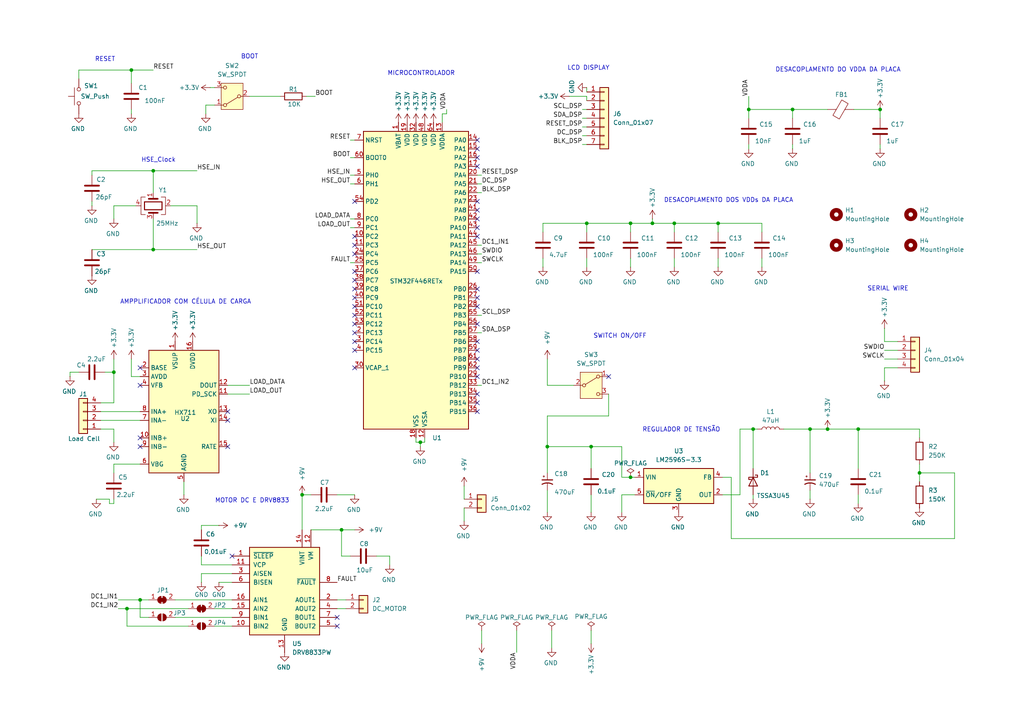
<source format=kicad_sch>
(kicad_sch (version 20250114) (generator "eeschema") (generator_version "9.0")
  (paper "A4")
  (title_block (title "Alimentador Digital Automatizado") (date "13/03/2025") (rev "V1.0") (comment 2 "Guilherme de Paula Figueiredo - 12211EAU013   ") (comment 3 "Ian Santos Rodrigues - 12211EAU018") (comment 4 "João Alexandre Albuquerque De Sá - 12411ECP020 "))
  (text "DESACOPLAMENTO DOS VDDs DA PLACA" (at 211.328 58.166 0) (effects (font (size 1.27 1.27))))
  (text "MOTOR DC E DRV8833" (at 73.152 145.288 0) (effects (font (size 1.27 1.27))))
  (text "RESET\n" (at 30.48 17.272 0) (effects (font (size 1.27 1.27))))
  (text "DESACOPLAMENTO DO VDDA DA PLACA" (at 243.078 20.32 0) (effects (font (size 1.27 1.27))))
  (text "REGULADOR DE TENSÃO" (at 197.612 124.714 0) (effects (font (size 1.27 1.27))))
  (text "BOOT\n" (at 72.39 16.51 0) (effects (font (size 1.27 1.27))))
  (text "HSE_Clock" (at 45.974 46.482 0) (effects (font (size 1.27 1.27))))
  (text "LCD DISPLAY" (at 170.688 19.812 0) (effects (font (size 1.27 1.27))))
  (text "MICROCONTROLADOR" (at 122.174 21.336 0) (effects (font (size 1.27 1.27))))
  (text "SWITCH ON/OFF" (at 179.832 97.536 0) (effects (font (size 1.27 1.27))))
  (text "SERIAL WIRE" (at 257.556 83.82 0) (effects (font (size 1.27 1.27))))
  (text "AMPPLIFICADOR COM CÉLULA DE CARGA" (at 53.848 87.63 0) (effects (font (size 1.27 1.27))))
  (junction (at 195.58 64.77))
  (junction (at 99.06 153.67))
  (junction (at 170.18 64.77))
  (junction (at 87.63 143.51))
  (junction (at 182.88 138.43))
  (junction (at 208.28 64.77))
  (junction (at 40.64 173.99))
  (junction (at 36.83 176.53))
  (junction (at 158.75 129.54))
  (junction (at 218.44 124.46))
  (junction (at 234.95 124.46))
  (junction (at 44.45 72.39))
  (junction (at 240.03 124.46))
  (junction (at 189.23 64.77))
  (junction (at 44.45 49.53))
  (junction (at 266.7 137.16))
  (junction (at 182.88 64.77))
  (junction (at 38.1 20.32))
  (junction (at 255.27 31.75))
  (junction (at 121.92 128.27))
  (junction (at 171.45 129.54))
  (junction (at 229.87 31.75))
  (junction (at 217.17 31.75))
  (junction (at 33.02 107.95))
  (junction (at 248.92 124.46))
  (no_connect (at 138.43 66.04))
  (no_connect (at 138.43 45.72))
  (no_connect (at 138.43 93.98))
  (no_connect (at 138.43 101.6))
  (no_connect (at 138.43 68.58))
  (no_connect (at 138.43 78.74))
  (no_connect (at 102.87 99.06))
  (no_connect (at 102.87 96.52))
  (no_connect (at 138.43 60.96))
  (no_connect (at 66.04 119.38))
  (no_connect (at 66.04 129.54))
  (no_connect (at 138.43 104.14))
  (no_connect (at 102.87 71.12))
  (no_connect (at 66.04 121.92))
  (no_connect (at 138.43 83.82))
  (no_connect (at 40.64 111.76))
  (no_connect (at 138.43 88.9))
  (no_connect (at 138.43 109.22))
  (no_connect (at 97.79 179.07))
  (no_connect (at 97.79 181.61))
  (no_connect (at 138.43 40.64))
  (no_connect (at 102.87 78.74))
  (no_connect (at 102.87 58.42))
  (no_connect (at 40.64 129.54))
  (no_connect (at 102.87 73.66))
  (no_connect (at 138.43 99.06))
  (no_connect (at 102.87 83.82))
  (no_connect (at 138.43 86.36))
  (no_connect (at 138.43 119.38))
  (no_connect (at 40.64 106.68))
  (no_connect (at 176.53 109.22))
  (no_connect (at 138.43 116.84))
  (no_connect (at 138.43 58.42))
  (no_connect (at 67.31 161.29))
  (no_connect (at 138.43 43.18))
  (no_connect (at 102.87 68.58))
  (no_connect (at 138.43 48.26))
  (no_connect (at 138.43 106.68))
  (no_connect (at 102.87 101.6))
  (no_connect (at 102.87 93.98))
  (no_connect (at 138.43 114.3))
  (no_connect (at 40.64 127))
  (no_connect (at 102.87 86.36))
  (no_connect (at 102.87 91.44))
  (no_connect (at 102.87 81.28))
  (no_connect (at 102.87 106.68))
  (no_connect (at 138.43 63.5))
  (no_connect (at 102.87 88.9))
  (wire (pts (xy 195.58 64.77) (xy 208.28 64.77)))
  (wire (pts (xy 129.54 33.02) (xy 128.27 33.02)))
  (wire (pts (xy 33.02 134.62) (xy 40.64 134.62)))
  (wire (pts (xy 160.02 182.88) (xy 160.02 187.96)))
  (wire (pts (xy 34.29 173.99) (xy 40.64 173.99)))
  (wire (pts (xy 40.64 173.99) (xy 43.18 173.99)))
  (wire (pts (xy 218.44 124.46) (xy 219.71 124.46)))
  (wire (pts (xy 168.91 31.75) (xy 170.18 31.75)))
  (wire (pts (xy 66.04 114.3) (xy 72.39 114.3)))
  (wire (pts (xy 217.17 31.75) (xy 217.17 34.29)))
  (wire (pts (xy 171.45 143.51) (xy 171.45 148.59)))
  (wire (pts (xy 31.75 144.78) (xy 27.94 144.78)))
  (wire (pts (xy 158.75 129.54) (xy 158.75 137.16)))
  (wire (pts (xy 33.02 59.69) (xy 39.37 59.69)))
  (wire (pts (xy 149.86 182.88) (xy 149.86 189.23)))
  (wire (pts (xy 170.18 64.77) (xy 170.18 67.31)))
  (wire (pts (xy 256.54 106.68) (xy 256.54 110.49)))
  (wire (pts (xy 26.67 58.42) (xy 26.67 59.69)))
  (wire (pts (xy 26.67 72.39) (xy 44.45 72.39)))
  (wire (pts (xy 58.42 163.83) (xy 67.31 163.83)))
  (wire (pts (xy 168.91 36.83) (xy 170.18 36.83)))
  (wire (pts (xy 176.53 114.3) (xy 176.53 120.65)))
  (wire (pts (xy 214.63 143.51) (xy 214.63 124.46)))
  (wire (pts (xy 139.7 50.8) (xy 138.43 50.8)))
  (wire (pts (xy 255.27 43.18) (xy 255.27 41.91)))
  (wire (pts (xy 87.63 143.51) (xy 90.17 143.51)))
  (wire (pts (xy 62.23 176.53) (xy 67.31 176.53)))
  (wire (pts (xy 189.23 64.77) (xy 195.58 64.77)))
  (wire (pts (xy 134.62 147.32) (xy 134.62 151.13)))
  (wire (pts (xy 44.45 49.53) (xy 57.15 49.53)))
  (wire (pts (xy 29.21 121.92) (xy 40.64 121.92)))
  (wire (pts (xy 138.43 76.2) (xy 139.7 76.2)))
  (wire (pts (xy 99.06 153.67) (xy 102.87 153.67)))
  (wire (pts (xy 158.75 142.24) (xy 158.75 148.59)))
  (wire (pts (xy 99.06 161.29) (xy 101.6 161.29)))
  (wire (pts (xy 139.7 55.88) (xy 138.43 55.88)))
  (wire (pts (xy 58.42 166.37) (xy 67.31 166.37)))
  (wire (pts (xy 62.23 181.61) (xy 67.31 181.61)))
  (wire (pts (xy 227.33 124.46) (xy 234.95 124.46)))
  (wire (pts (xy 165.1 27.94) (xy 170.18 27.94)))
  (wire (pts (xy 266.7 134.62) (xy 266.7 137.16)))
  (wire (pts (xy 209.55 143.51) (xy 214.63 143.51)))
  (wire (pts (xy 123.19 128.27) (xy 121.92 128.27)))
  (wire (pts (xy 30.48 107.95) (xy 33.02 107.95)))
  (wire (pts (xy 134.62 140.97) (xy 134.62 144.78)))
  (wire (pts (xy 171.45 129.54) (xy 171.45 135.89)))
  (wire (pts (xy 101.6 45.72) (xy 102.87 45.72)))
  (wire (pts (xy 44.45 20.32) (xy 38.1 20.32)))
  (wire (pts (xy 208.28 64.77) (xy 220.98 64.77)))
  (wire (pts (xy 139.7 182.88) (xy 139.7 186.69)))
  (wire (pts (xy 138.43 73.66) (xy 139.7 73.66)))
  (wire (pts (xy 63.5 168.91) (xy 67.31 168.91)))
  (wire (pts (xy 212.09 156.21) (xy 276.86 156.21)))
  (wire (pts (xy 266.7 124.46) (xy 266.7 127)))
  (wire (pts (xy 208.28 64.77) (xy 208.28 67.31)))
  (wire (pts (xy 90.17 153.67) (xy 99.06 153.67)))
  (wire (pts (xy 260.35 106.68) (xy 256.54 106.68)))
  (wire (pts (xy 247.65 31.75) (xy 255.27 31.75)))
  (wire (pts (xy 53.34 143.51) (xy 53.34 139.7)))
  (wire (pts (xy 50.8 179.07) (xy 67.31 179.07)))
  (wire (pts (xy 101.6 40.64) (xy 102.87 40.64)))
  (wire (pts (xy 208.28 74.93) (xy 208.28 77.47)))
  (wire (pts (xy 214.63 124.46) (xy 218.44 124.46)))
  (wire (pts (xy 60.96 25.4) (xy 62.23 25.4)))
  (wire (pts (xy 220.98 64.77) (xy 220.98 67.31)))
  (wire (pts (xy 49.53 59.69) (xy 57.15 59.69)))
  (wire (pts (xy 57.15 59.69) (xy 57.15 64.77)))
  (wire (pts (xy 102.87 143.51) (xy 97.79 143.51)))
  (wire (pts (xy 54.61 181.61) (xy 36.83 181.61)))
  (wire (pts (xy 99.06 153.67) (xy 99.06 161.29)))
  (wire (pts (xy 20.32 109.22) (xy 20.32 107.95)))
  (wire (pts (xy 158.75 111.76) (xy 166.37 111.76)))
  (wire (pts (xy 97.79 176.53) (xy 100.33 176.53)))
  (wire (pts (xy 168.91 34.29) (xy 170.18 34.29)))
  (wire (pts (xy 44.45 55.88) (xy 44.45 49.53)))
  (wire (pts (xy 44.45 72.39) (xy 57.15 72.39)))
  (wire (pts (xy 36.83 176.53) (xy 36.83 181.61)))
  (wire (pts (xy 176.53 120.65) (xy 158.75 120.65)))
  (wire (pts (xy 256.54 101.6) (xy 260.35 101.6)))
  (wire (pts (xy 217.17 31.75) (xy 229.87 31.75)))
  (wire (pts (xy 58.42 152.4) (xy 63.5 152.4)))
  (wire (pts (xy 120.65 128.27) (xy 121.92 128.27)))
  (wire (pts (xy 22.86 20.32) (xy 22.86 22.86)))
  (wire (pts (xy 29.21 124.46) (xy 33.02 124.46)))
  (wire (pts (xy 101.6 50.8) (xy 102.87 50.8)))
  (wire (pts (xy 38.1 109.22) (xy 40.64 109.22)))
  (wire (pts (xy 33.02 137.16) (xy 33.02 134.62)))
  (wire (pts (xy 87.63 143.51) (xy 87.63 153.67)))
  (wire (pts (xy 212.09 138.43) (xy 212.09 156.21)))
  (wire (pts (xy 170.18 64.77) (xy 182.88 64.77)))
  (wire (pts (xy 43.18 179.07) (xy 40.64 179.07)))
  (wire (pts (xy 171.45 182.88) (xy 171.45 186.69)))
  (wire (pts (xy 38.1 31.75) (xy 38.1 33.02)))
  (wire (pts (xy 36.83 176.53) (xy 54.61 176.53)))
  (wire (pts (xy 33.02 146.05) (xy 31.75 146.05)))
  (wire (pts (xy 22.86 20.32) (xy 38.1 20.32)))
  (wire (pts (xy 33.02 107.95) (xy 33.02 116.84)))
  (wire (pts (xy 29.21 119.38) (xy 40.64 119.38)))
  (wire (pts (xy 180.34 143.51) (xy 180.34 148.59)))
  (wire (pts (xy 260.35 99.06) (xy 256.54 99.06)))
  (wire (pts (xy 248.92 143.51) (xy 248.92 146.05)))
  (wire (pts (xy 113.03 161.29) (xy 113.03 163.83)))
  (wire (pts (xy 26.67 49.53) (xy 44.45 49.53)))
  (wire (pts (xy 229.87 31.75) (xy 240.03 31.75)))
  (wire (pts (xy 240.03 124.46) (xy 248.92 124.46)))
  (wire (pts (xy 139.7 96.52) (xy 138.43 96.52)))
  (wire (pts (xy 26.67 50.8) (xy 26.67 49.53)))
  (wire (pts (xy 266.7 137.16) (xy 266.7 139.7)))
  (wire (pts (xy 234.95 124.46) (xy 240.03 124.46)))
  (wire (pts (xy 182.88 64.77) (xy 189.23 64.77)))
  (wire (pts (xy 59.69 30.48) (xy 59.69 33.02)))
  (wire (pts (xy 29.21 116.84) (xy 33.02 116.84)))
  (wire (pts (xy 101.6 66.04) (xy 102.87 66.04)))
  (wire (pts (xy 158.75 129.54) (xy 171.45 129.54)))
  (wire (pts (xy 34.29 176.53) (xy 36.83 176.53)))
  (wire (pts (xy 189.23 63.5) (xy 189.23 64.77)))
  (wire (pts (xy 184.15 143.51) (xy 180.34 143.51)))
  (wire (pts (xy 170.18 26.67) (xy 170.18 25.4)))
  (wire (pts (xy 217.17 27.94) (xy 217.17 31.75)))
  (wire (pts (xy 157.48 67.31) (xy 157.48 64.77)))
  (wire (pts (xy 195.58 74.93) (xy 195.58 77.47)))
  (wire (pts (xy 220.98 74.93) (xy 220.98 77.47)))
  (wire (pts (xy 248.92 124.46) (xy 266.7 124.46)))
  (wire (pts (xy 58.42 166.37) (xy 58.42 168.91)))
  (wire (pts (xy 234.95 142.24) (xy 234.95 144.78)))
  (wire (pts (xy 168.91 41.91) (xy 170.18 41.91)))
  (wire (pts (xy 195.58 64.77) (xy 195.58 67.31)))
  (wire (pts (xy 33.02 144.78) (xy 33.02 146.05)))
  (wire (pts (xy 209.55 138.43) (xy 212.09 138.43)))
  (wire (pts (xy 170.18 27.94) (xy 170.18 29.21)))
  (wire (pts (xy 31.75 146.05) (xy 31.75 144.78)))
  (wire (pts (xy 182.88 138.43) (xy 184.15 138.43)))
  (wire (pts (xy 109.22 161.29) (xy 113.03 161.29)))
  (wire (pts (xy 218.44 143.51) (xy 218.44 144.78)))
  (wire (pts (xy 229.87 43.18) (xy 229.87 41.91)))
  (wire (pts (xy 139.7 91.44) (xy 138.43 91.44)))
  (wire (pts (xy 171.45 129.54) (xy 180.34 129.54)))
  (wire (pts (xy 168.91 39.37) (xy 170.18 39.37)))
  (wire (pts (xy 180.34 138.43) (xy 182.88 138.43)))
  (wire (pts (xy 157.48 64.77) (xy 170.18 64.77)))
  (wire (pts (xy 38.1 20.32) (xy 38.1 24.13)))
  (wire (pts (xy 139.7 71.12) (xy 138.43 71.12)))
  (wire (pts (xy 157.48 74.93) (xy 157.48 77.47)))
  (wire (pts (xy 38.1 104.14) (xy 38.1 109.22)))
  (wire (pts (xy 123.19 127) (xy 123.19 128.27)))
  (wire (pts (xy 158.75 120.65) (xy 158.75 129.54)))
  (wire (pts (xy 256.54 95.25) (xy 256.54 99.06)))
  (wire (pts (xy 101.6 63.5) (xy 102.87 63.5)))
  (wire (pts (xy 229.87 31.75) (xy 229.87 34.29)))
  (wire (pts (xy 33.02 104.14) (xy 33.02 107.95)))
  (wire (pts (xy 101.6 76.2) (xy 102.87 76.2)))
  (wire (pts (xy 217.17 43.18) (xy 217.17 41.91)))
  (wire (pts (xy 139.7 111.76) (xy 138.43 111.76)))
  (wire (pts (xy 120.65 127) (xy 120.65 128.27)))
  (wire (pts (xy 276.86 156.21) (xy 276.86 137.16)))
  (wire (pts (xy 256.54 104.14) (xy 260.35 104.14)))
  (wire (pts (xy 180.34 129.54) (xy 180.34 138.43)))
  (wire (pts (xy 182.88 64.77) (xy 182.88 67.31)))
  (wire (pts (xy 248.92 124.46) (xy 248.92 135.89)))
  (wire (pts (xy 44.45 63.5) (xy 44.45 72.39)))
  (wire (pts (xy 72.39 27.94) (xy 81.28 27.94)))
  (wire (pts (xy 158.75 104.14) (xy 158.75 111.76)))
  (wire (pts (xy 88.9 27.94) (xy 91.44 27.94)))
  (wire (pts (xy 62.23 30.48) (xy 59.69 30.48)))
  (wire (pts (xy 40.64 179.07) (xy 40.64 173.99)))
  (wire (pts (xy 218.44 124.46) (xy 218.44 135.89)))
  (wire (pts (xy 129.54 31.75) (xy 129.54 33.02)))
  (wire (pts (xy 170.18 74.93) (xy 170.18 77.47)))
  (wire (pts (xy 58.42 153.67) (xy 58.42 152.4)))
  (wire (pts (xy 97.79 173.99) (xy 100.33 173.99)))
  (wire (pts (xy 33.02 63.5) (xy 33.02 59.69)))
  (wire (pts (xy 20.32 107.95) (xy 22.86 107.95)))
  (wire (pts (xy 101.6 53.34) (xy 102.87 53.34)))
  (wire (pts (xy 33.02 124.46) (xy 33.02 128.27)))
  (wire (pts (xy 128.27 33.02) (xy 128.27 35.56)))
  (wire (pts (xy 58.42 161.29) (xy 58.42 163.83)))
  (wire (pts (xy 255.27 31.75) (xy 255.27 34.29)))
  (wire (pts (xy 66.04 111.76) (xy 72.39 111.76)))
  (wire (pts (xy 121.92 128.27) (xy 121.92 129.54)))
  (wire (pts (xy 182.88 74.93) (xy 182.88 77.47)))
  (wire (pts (xy 234.95 124.46) (xy 234.95 137.16)))
  (wire (pts (xy 50.8 173.99) (xy 67.31 173.99)))
  (wire (pts (xy 276.86 137.16) (xy 266.7 137.16)))
  (wire (pts (xy 139.7 53.34) (xy 138.43 53.34)))
  (label "RESET_DSP" (at 139.7 50.8 0))
  (label "VDDA" (at 149.86 189.23 270))
  (label "SWDIO" (at 139.7 73.66 0))
  (label "FAULT" (at 97.79 168.91 0))
  (label "BLK_DSP" (at 168.91 41.91 180))
  (label "LOAD_DATA" (at 101.6 63.5 180))
  (label "LOAD_DATA" (at 72.39 111.76 0))
  (label "SWDIO" (at 256.54 101.6 180))
  (label "SWCLK" (at 139.7 76.2 0))
  (label "LOAD_OUT" (at 101.6 66.04 180))
  (label "BOOT" (at 91.44 27.94 0))
  (label "LOAD_OUT" (at 72.39 114.3 0))
  (label "DC1_IN1" (at 139.7 71.12 0))
  (label "VDDA" (at 129.54 31.75 90))
  (label "BLK_DSP" (at 139.7 55.88 0))
  (label "RESET" (at 44.45 20.32 0))
  (label "HSE_OUT" (at 101.6 53.34 180))
  (label "FAULT" (at 101.6 76.2 180))
  (label "DC1_IN2" (at 34.29 176.53 180))
  (label "DC1_IN2" (at 139.7 111.76 0))
  (label "SDA_DSP" (at 168.91 34.29 180))
  (label "VDDA" (at 217.17 27.94 90))
  (label "SWCLK" (at 256.54 104.14 180))
  (label "HSE_IN" (at 101.6 50.8 180))
  (label "SDA_DSP" (at 139.7 96.52 0))
  (label "DC_DSP" (at 168.91 39.37 180))
  (label "DC1_IN1" (at 34.29 173.99 180))
  (label "RESET" (at 101.6 40.64 180))
  (label "BOOT" (at 101.6 45.72 180))
  (label "DC_DSP" (at 139.7 53.34 0))
  (label "RESET_DSP" (at 168.91 36.83 180))
  (label "SCL_DSP" (at 168.91 31.75 180))
  (label "SCL_DSP" (at 139.7 91.44 0))
  (label "HSE_IN" (at 57.15 49.53 0))
  (label "HSE_OUT" (at 57.15 72.39 0))
  (symbol (lib_id "power:+3.3V") (at 123.19 35.56 0) (unit 1)
    (property "Reference" "#PWR05" (effects (hide yes)))
    (property "Value" "+3.3V" (at 123.19 29.464 90))
    (property "Description" "Power symbol creates a global label with name \"+3.3V\"" (effects (hide yes)))
  )
  (symbol (lib_id "power:GND") (at 217.17 43.18 0) (unit 1)
    (property "Reference" "#PWR035" (effects (hide yes)))
    (property "Value" "GND" (at 216.916 47.498 0))
    (property "Description" "Power symbol creates a global label with name \"GND\" , ground" (effects (hide yes)))
  )
  (symbol (lib_id "power:GND") (at 20.32 109.22 0) (unit 1)
    (property "Reference" "#PWR058" (effects (hide yes)))
    (property "Value" "GND" (at 20.066 113.538 0))
    (property "Description" "Power symbol creates a global label with name \"GND\" , ground" (effects (hide yes)))
  )
  (symbol (lib_id "power:+3.3V") (at 256.54 95.25 0) (unit 1)
    (property "Reference" "#PWR027" (effects (hide yes)))
    (property "Value" "+3.3V" (at 256.54 89.154 90))
    (property "Description" "Power symbol creates a global label with name \"+3.3V\"" (effects (hide yes)))
  )
  (symbol (lib_id "Connector_Generic:Conn_01x04") (at 265.43 101.6 0) (unit 1)
    (property "Reference" "J4" (at 267.97 101.5999 0) (effects (justify left)))
    (property "Value" "Conn_01x04" (at 267.97 104.1399 0) (effects (justify left)))
    (property "Footprint" "Connector_PinHeader_2.54mm:PinHeader_1x04_P2.54mm_Vertical" (effects (hide yes)))
    (property "Description" "Generic connector, single row, 01x04, script generated (kicad-library-utils/schlib/autogen/connector/)" (effects (hide yes)))
    (property "Codigo Mouser" "710-TSM-104-01-T-SV" (effects (hide yes)))
  )
  (symbol (lib_id "power:GND") (at 26.67 80.01 0) (unit 1)
    (property "Reference" "#PWR056" (effects (hide yes)))
    (property "Value" "GND" (at 26.416 84.328 0))
    (property "Description" "Power symbol creates a global label with name \"GND\" , ground" (effects (hide yes)))
  )
  (symbol (lib_id "power:GND") (at 57.15 64.77 0) (unit 1)
    (property "Reference" "#PWR015" (effects (hide yes)))
    (property "Value" "GND" (at 56.896 69.088 0))
    (property "Description" "Power symbol creates a global label with name \"GND\" , ground" (effects (hide yes)))
  )
  (symbol (lib_id "power:+3.3V") (at 118.11 35.56 0) (unit 1)
    (property "Reference" "#PWR03" (effects (hide yes)))
    (property "Value" "+3.3V" (at 118.11 29.464 90))
    (property "Description" "Power symbol creates a global label with name \"+3.3V\"" (effects (hide yes)))
  )
  (symbol (lib_id "power:+3.3V") (at 240.03 124.46 0) (mirror y) (unit 1)
    (property "Reference" "#PWR038" (effects (hide yes)))
    (property "Value" "+3.3V" (at 240.03 118.364 90))
    (property "Description" "Power symbol creates a global label with name \"+3.3V\"" (effects (hide yes)))
  )
  (symbol (lib_id "power:GND") (at 113.03 163.83 0) (unit 1)
    (property "Reference" "#PWR025" (effects (hide yes)))
    (property "Value" "GND" (at 112.776 168.148 0))
    (property "Description" "Power symbol creates a global label with name \"GND\" , ground" (effects (hide yes)))
  )
  (symbol (lib_id "power:PWR_FLAG") (at 171.45 182.88 0) (unit 1)
    (property "Reference" "#FLG02" (effects (hide yes)))
    (property "Value" "PWR_FLAG" (at 171.45 178.816 0))
    (property "Description" "Special symbol for telling ERC where power comes from" (effects (hide yes)))
  )
  (symbol (lib_id "Device:C") (at 220.98 71.12 0) (unit 1)
    (property "Reference" "C14" (at 224.028 69.088 0) (effects (justify left)))
    (property "Value" "100nF" (at 222.758 73.914 0) (effects (justify left)))
    (property "Footprint" "Capacitor_SMD:C_0603_1608Metric" (effects (hide yes)))
    (property "Description" "Unpolarized capacitor" (effects (hide yes)))
    (property "Codigo Mouser" "810-C1608X7R1H104K080AA" (effects (hide yes)))
  )
  (symbol (lib_id "power:+3.3V") (at 120.65 35.56 0) (unit 1)
    (property "Reference" "#PWR04" (effects (hide yes)))
    (property "Value" "+3.3V" (at 120.65 29.464 90))
    (property "Description" "Power symbol creates a global label with name \"+3.3V\"" (effects (hide yes)))
  )
  (symbol (lib_id "Mechanical:MountingHole") (at 264.16 62.23 0) (unit 1)
    (property "Reference" "H2" (at 266.7 60.9599 0) (effects (justify left)))
    (property "Value" "MountingHole" (at 266.7 63.4999 0) (effects (justify left)))
    (property "Footprint" "MountingHole:MountingHole_3.2mm_M3" (effects (hide yes)))
    (property "Description" "Mounting Hole without connection" (effects (hide yes)))
  )
  (symbol (lib_id "Device:C") (at 58.42 157.48 0) (unit 1)
    (property "Reference" "C6" (at 59.69 154.94 0) (effects (justify left)))
    (property "Value" "0,01uF" (at 59.182 160.02 0) (effects (justify left)))
    (property "Footprint" "Capacitor_SMD:C_0603_1608Metric" (effects (hide yes)))
    (property "Description" "Unpolarized capacitor" (effects (hide yes)))
    (property "Codigo Mouser" "81-GRM1885C1H103JA01D" (effects (hide yes)))
  )
  (symbol (lib_id "power:GND") (at 27.94 144.78 0) (unit 1)
    (property "Reference" "#PWR017" (effects (hide yes)))
    (property "Value" "GND" (at 27.686 149.098 0))
    (property "Description" "Power symbol creates a global label with name \"GND\" , ground" (effects (hide yes)))
  )
  (symbol (lib_id "Device:C") (at 26.67 76.2 0) (unit 1)
    (property "Reference" "C3" (at 27.94 73.66 0) (effects (justify left)))
    (property "Value" "26pF" (at 27.432 78.74 0) (effects (justify left)))
    (property "Footprint" "Capacitor_SMD:C_0603_1608Metric" (effects (hide yes)))
    (property "Description" "Unpolarized capacitor" (effects (hide yes)))
    (property "Codigo Mouser" "81-GRM1885C1H270JA01D" (effects (hide yes)))
  )
  (symbol (lib_id "power:GND") (at 180.34 148.59 0) (unit 1)
    (property "Reference" "#PWR042" (effects (hide yes)))
    (property "Value" "GND" (at 180.086 152.908 0))
    (property "Description" "Power symbol creates a global label with name \"GND\" , ground" (effects (hide yes)))
  )
  (symbol (lib_id "power:GND") (at 58.42 168.91 0) (unit 1)
    (property "Reference" "#PWR09" (effects (hide yes)))
    (property "Value" "GND" (at 58.42 172.466 0))
    (property "Description" "Power symbol creates a global label with name \"GND\" , ground" (effects (hide yes)))
  )
  (symbol (lib_id "power:GND") (at 248.92 146.05 0) (unit 1)
    (property "Reference" "#PWR046" (effects (hide yes)))
    (property "Value" "GND" (at 248.666 150.368 0))
    (property "Description" "Power symbol creates a global label with name \"GND\" , ground" (effects (hide yes)))
  )
  (symbol (lib_id "power:+3.3V") (at 139.7 186.69 180) (unit 1)
    (property "Reference" "#PWR063" (effects (hide yes)))
    (property "Value" "+9V" (at 139.7 192.786 90))
    (property "Description" "Power symbol creates a global label with name \"+3.3V\"" (effects (hide yes)))
  )
  (symbol (lib_id "Device:C") (at 217.17 38.1 0) (unit 1)
    (property "Reference" "C15" (at 220.218 36.068 0) (effects (justify left)))
    (property "Value" "10nF" (at 218.948 40.894 0) (effects (justify left)))
    (property "Footprint" "Capacitor_SMD:C_0603_1608Metric" (effects (hide yes)))
    (property "Description" "Unpolarized capacitor" (effects (hide yes)))
    (property "Codigo Mouser" "810-C1608X5R1A105K080AC" (effects (hide yes)))
  )
  (symbol (lib_id "Device:C") (at 170.18 71.12 0) (unit 1)
    (property "Reference" "C10" (at 173.228 69.088 0) (effects (justify left)))
    (property "Value" "100nF" (at 171.958 73.914 0) (effects (justify left)))
    (property "Footprint" "Capacitor_SMD:C_0603_1608Metric" (effects (hide yes)))
    (property "Description" "Unpolarized capacitor" (effects (hide yes)))
    (property "Codigo Mouser" "810-C1608X7R1H104K080AA" (effects (hide yes)))
  )
  (symbol (lib_id "Device:C") (at 229.87 38.1 0) (unit 1)
    (property "Reference" "C16" (at 232.918 36.068 0) (effects (justify left)))
    (property "Value" "1uF" (at 231.648 40.894 0) (effects (justify left)))
    (property "Footprint" "Capacitor_SMD:C_0603_1608Metric" (effects (hide yes)))
    (property "Description" "Unpolarized capacitor" (effects (hide yes)))
    (property "Codigo Mouser" "80-T491X477M010AT" (effects (hide yes)))
  )
  (symbol (lib_id "power:PWR_FLAG") (at 182.88 138.43 0) (unit 1)
    (property "Reference" "#FLG06" (effects (hide yes)))
    (property "Value" "PWR_FLAG" (at 182.88 134.366 0))
    (property "Description" "Special symbol for telling ERC where power comes from" (effects (hide yes)))
  )
  (symbol (lib_id "power:GND") (at 157.48 77.47 0) (unit 1)
    (property "Reference" "#PWR028" (effects (hide yes)))
    (property "Value" "GND" (at 157.226 81.788 0))
    (property "Description" "Power symbol creates a global label with name \"GND\" , ground" (effects (hide yes)))
  )
  (symbol (lib_id "power:+3.3V") (at 125.73 35.56 0) (unit 1)
    (property "Reference" "#PWR06" (effects (hide yes)))
    (property "Value" "+3.3V" (at 125.73 29.464 90))
    (property "Description" "Power symbol creates a global label with name \"+3.3V\"" (effects (hide yes)))
  )
  (symbol (lib_id "power:GND") (at 158.75 148.59 0) (unit 1)
    (property "Reference" "#PWR040" (effects (hide yes)))
    (property "Value" "GND" (at 158.496 152.908 0))
    (property "Description" "Power symbol creates a global label with name \"GND\" , ground" (effects (hide yes)))
  )
  (symbol (lib_id "Device:R") (at 266.7 130.81 0) (unit 1)
    (property "Reference" "R2" (at 269.24 129.5399 0) (effects (justify left)))
    (property "Value" "250K" (at 269.24 132.0799 0) (effects (justify left)))
    (property "Footprint" "Resistor_SMD:R_0805_2012Metric_Pad1.20x1.40mm_HandSolder" (effects (hide yes)))
    (property "Description" "Resistor" (effects (hide yes)))
    (property "Codigo Mouser" "603-RC0805FR-07250KL" (effects (hide yes)))
  )
  (symbol (lib_id "Device:C") (at 195.58 71.12 0) (unit 1)
    (property "Reference" "C12" (at 198.628 69.088 0) (effects (justify left)))
    (property "Value" "100nF" (at 197.358 73.914 0) (effects (justify left)))
    (property "Footprint" "Capacitor_SMD:C_0603_1608Metric" (effects (hide yes)))
    (property "Description" "Unpolarized capacitor" (effects (hide yes)))
    (property "Codigo Mouser" "810-C1608X7R1H104K080AA" (effects (hide yes)))
  )
  (symbol (lib_id "MCU_ST_STM32F4:STM32F446RETx") (at 120.65 81.28 0) (unit 1)
    (property "Reference" "U1" (at 125.3841 127 0) (effects (justify left)))
    (property "Value" "STM32F446RETx" (at 113.03 81.534 0) (effects (justify left)))
    (property "Footprint" "Package_QFP:LQFP-64_10x10mm_P0.5mm" (effects (hide yes)))
    (property "Datasheet" "https://www.st.com/resource/en/datasheet/stm32f446re.pdf" (effects (hide yes)))
    (property "Description" "STMicroelectronics Arm Cortex-M4 MCU, 512KB flash, 128KB RAM, 180 MHz, 1.8-3.6V, 50 GPIO, LQFP64" (effects (hide yes)))
    (property "Codigo Mouser" "511-STM32F446RET6" (effects (hide yes)))
  )
  (symbol (lib_id "power:+3.3V") (at 38.1 104.14 0) (unit 1)
    (property "Reference" "#PWR054" (effects (hide yes)))
    (property "Value" "+3.3V" (at 38.1 98.044 90))
    (property "Description" "Power symbol creates a global label with name \"+3.3V\"" (effects (hide yes)))
  )
  (symbol (lib_id "Device:C") (at 26.67 107.95 90) (unit 1)
    (property "Reference" "C4" (at 24.892 105.918 90) (effects (justify left)))
    (property "Value" "2.2uF" (at 30.734 104.14 90) (effects (justify left)))
    (property "Footprint" "Capacitor_SMD:C_0603_1608Metric" (effects (hide yes)))
    (property "Description" "Unpolarized capacitor" (effects (hide yes)))
    (property "Codigo Mouser" "810-C1608X5R1A225K080AC" (effects (hide yes)))
  )
  (symbol (lib_id "Switch:SW_SPDT") (at 171.45 111.76 0) (unit 1)
    (property "Reference" "SW3" (at 171.45 102.87 0))
    (property "Value" "SW_SPDT" (at 171.45 105.41 0))
    (property "Footprint" "Button_Switch_SMD:SW_SPDT_CK_JS102011SAQN" (effects (hide yes)))
    (property "Description" "Switch, single pole double throw" (effects (hide yes)))
    (property "Codigo Mouser" "611-JS102011SAQN" (effects (hide yes)))
  )
  (symbol (lib_id "power:GND") (at 218.44 144.78 0) (unit 1)
    (property "Reference" "#PWR044" (effects (hide yes)))
    (property "Value" "GND" (at 218.186 149.098 0))
    (property "Description" "Power symbol creates a global label with name \"GND\" , ground" (effects (hide yes)))
  )
  (symbol (lib_name "DRV8833PW_1") (lib_id "Driver_Motor:DRV8833PW") (at 82.55 171.45 0) (unit 1)
    (property "Reference" "U5" (at 84.7441 186.69 0) (effects (justify left)))
    (property "Value" "DRV8833PW" (at 84.7441 189.23 0) (effects (justify left)))
    (property "Footprint" "Package_SO:TSSOP-16_4.4x5mm_P0.65mm" (effects (hide yes)))
    (property "Datasheet" "http://www.ti.com/lit/ds/symlink/drv8833.pdf" (effects (hide yes)))
    (property "Description" "Dual H-Bridge Motor Driver, TSSOP-16" (effects (hide yes)))
  )
  (symbol (lib_id "Device:C") (at 208.28 71.12 0) (unit 1)
    (property "Reference" "C13" (at 211.328 69.088 0) (effects (justify left)))
    (property "Value" "100nF" (at 210.058 73.914 0) (effects (justify left)))
    (property "Footprint" "Capacitor_SMD:C_0603_1608Metric" (effects (hide yes)))
    (property "Description" "Unpolarized capacitor" (effects (hide yes)))
    (property "Codigo Mouser" "810-C1608X7R1H104K080AA" (effects (hide yes)))
  )
  (symbol (lib_id "Switch:SW_SPDT") (at 67.31 27.94 180) (unit 1)
    (property "Reference" "SW2" (at 67.31 19.05 0))
    (property "Value" "SW_SPDT" (at 67.31 21.59 0))
    (property "Footprint" "Button_Switch_SMD:SW_SPDT_CK_JS102011SAQN" (effects (hide yes)))
    (property "Description" "Switch, single pole double throw" (effects (hide yes)))
    (property "Codigo Mouser" "611-JS102011SAQN" (effects (hide yes)))
  )
  (symbol (lib_id "power:PWR_FLAG") (at 149.86 182.88 0) (unit 1)
    (property "Reference" "#FLG03" (effects (hide yes)))
    (property "Value" "PWR_FLAG" (at 149.86 179.07 0))
    (property "Description" "Special symbol for telling ERC where power comes from" (effects (hide yes)))
  )
  (symbol (lib_id "Device:C_Polarized_Small_US") (at 158.75 139.7 0) (unit 1)
    (property "Reference" "C18" (at 160.782 137.414 0) (effects (justify left)))
    (property "Value" "470uF" (at 160.782 142.748 0) (effects (justify left)))
    (property "Footprint" "Capacitor_SMD:CP_Elec_10x12.5" (effects (hide yes)))
    (property "Description" "Polarized capacitor, small US symbol" (effects (hide yes)))
    (property "Codigo Mouser" "810-C1608X7R1H104K080AA" (effects (hide yes)))
  )
  (symbol (lib_id "power:GND") (at 102.87 143.51 0) (unit 1)
    (property "Reference" "#PWR023" (effects (hide yes)))
    (property "Value" "GND" (at 102.616 147.828 0))
    (property "Description" "Power symbol creates a global label with name \"GND\" , ground" (effects (hide yes)))
  )
  (symbol (lib_id "Device:R") (at 266.7 143.51 0) (unit 1)
    (property "Reference" "R3" (at 269.24 142.2399 0) (effects (justify left)))
    (property "Value" "150K" (at 269.24 144.7799 0) (effects (justify left)))
    (property "Footprint" "Resistor_SMD:R_0805_2012Metric_Pad1.20x1.40mm_HandSolder" (effects (hide yes)))
    (property "Description" "Resistor" (effects (hide yes)))
    (property "Codigo Mouser" "603-RC0805FR-07150KL" (effects (hide yes)))
  )
  (symbol (lib_id "power:GND") (at 63.5 168.91 0) (unit 1)
    (property "Reference" "#PWR064" (effects (hide yes)))
    (property "Value" "GND" (at 63.5 172.466 0))
    (property "Description" "Power symbol creates a global label with name \"GND\" , ground" (effects (hide yes)))
  )
  (symbol (lib_id "power:GND") (at 170.18 25.4 270) (unit 1)
    (property "Reference" "#PWR039" (effects (hide yes)))
    (property "Value" "GND" (at 165.862 25.146 0))
    (property "Description" "Power symbol creates a global label with name \"GND\" , ground" (effects (hide yes)))
  )
  (symbol (lib_id "power:GND") (at 170.18 77.47 0) (unit 1)
    (property "Reference" "#PWR029" (effects (hide yes)))
    (property "Value" "GND" (at 169.926 81.788 0))
    (property "Description" "Power symbol creates a global label with name \"GND\" , ground" (effects (hide yes)))
  )
  (symbol (lib_id "Device:Crystal_GND24") (at 44.45 59.69 270) (unit 1)
    (property "Reference" "Y1" (at 47.244 55.118 90))
    (property "Value" "25MHz" (at 48.514 64.77 90))
    (property "Footprint" "Crystal:Crystal_SMD_SeikoEpson_FA238V-4Pin_3.2x2.5mm" (effects (hide yes)))
    (property "Description" "Four pin crystal, GND on pins 2 and 4" (effects (hide yes)))
    (property "Codigo Mouser" "517-FA238V25.0000MBPZ" (effects (hide yes)))
  )
  (symbol (lib_id "power:GND") (at 182.88 77.47 0) (unit 1)
    (property "Reference" "#PWR030" (effects (hide yes)))
    (property "Value" "GND" (at 182.626 81.788 0))
    (property "Description" "Power symbol creates a global label with name \"GND\" , ground" (effects (hide yes)))
  )
  (symbol (lib_id "power:GND") (at 33.02 63.5 0) (unit 1)
    (property "Reference" "#PWR014" (effects (hide yes)))
    (property "Value" "GND" (at 32.766 67.818 0))
    (property "Description" "Power symbol creates a global label with name \"GND\" , ground" (effects (hide yes)))
  )
  (symbol (lib_id "Analog_ADC:HX711") (at 53.34 119.38 0) (unit 1)
    (property "Reference" "U2" (at 52.324 121.412 0) (effects (justify left)))
    (property "Value" "HX711" (at 50.546 119.634 0) (effects (justify left)))
    (property "Footprint" "Package_SO:SOP-16_3.9x9.9mm_P1.27mm" (effects (hide yes)))
    (property "Datasheet" "https://web.archive.org/web/20220615044707/https://akizukidenshi.com/download/ds/avia/hx711.pdf" (effects (hide yes)))
    (property "Description" "24-Bit Analog-to-Digital Converter (ADC) for Weight Scales" (effects (hide yes)))
    (property "Codigo Mouser" "700-HX711" (effects (hide yes)))
  )
  (symbol (lib_id "power:+3.3V") (at 171.45 186.69 180) (unit 1)
    (property "Reference" "#PWR050" (effects (hide yes)))
    (property "Value" "+3.3V" (at 171.45 192.786 90))
    (property "Description" "Power symbol creates a global label with name \"+3.3V\"" (effects (hide yes)))
  )
  (symbol (lib_id "Jumper:SolderJumper_2_Bridged") (at 46.99 173.99 0) (unit 1)
    (property "Reference" "JP1" (at 47.244 171.196 0))
    (property "Value" "SolderJumper_2_Bridged" (effects (hide yes)))
    (property "Footprint" "Jumper:SolderJumper-2_P1.3mm_Bridged_RoundedPad1.0x1.5mm" (effects (hide yes)))
    (property "Description" "Solder Jumper, 2-pole, closed/bridged" (effects (hide yes)))
  )
  (symbol (lib_id "Regulator_Switching:LM2596S-3.3") (at 196.85 140.97 0) (unit 1)
    (property "Reference" "U3" (at 196.85 130.81 0))
    (property "Value" "LM2596S-3.3" (at 196.85 133.35 0))
    (property "Footprint" "Package_TO_SOT_SMD:TO-263-5_TabPin3" (effects (hide yes)))
    (property "Datasheet" "http://www.ti.com/lit/ds/symlink/lm2596.pdf" (effects (hide yes)))
    (property "Description" "3.3V 3A Step-Down Voltage Regulator, TO-263" (effects (hide yes)))
    (property "Codigo Mouser" "926-LM2596S-3.3/NOPB" (effects (hide yes)))
  )
  (symbol (lib_id "power:GND") (at 33.02 128.27 0) (unit 1)
    (property "Reference" "#PWR019" (effects (hide yes)))
    (property "Value" "GND" (at 32.766 132.588 0))
    (property "Description" "Power symbol creates a global label with name \"GND\" , ground" (effects (hide yes)))
  )
  (symbol (lib_id "Connector_Generic:Conn_01x04") (at 24.13 121.92 180) (unit 1)
    (property "Reference" "J1" (at 24.13 114.3 0))
    (property "Value" "Load Cell" (at 24.384 127.254 0))
    (property "Footprint" "Connector_PinHeader_2.54mm:PinHeader_1x04_P2.54mm_Vertical" (effects (hide yes)))
    (property "Description" "Generic connector, single row, 01x04, script generated (kicad-library-utils/schlib/autogen/connector/)" (effects (hide yes)))
    (property "Codigo Mouser" "710-TSM-104-01-T-SV" (effects (hide yes)))
  )
  (symbol (lib_id "power:GND") (at 171.45 148.59 0) (unit 1)
    (property "Reference" "#PWR041" (effects (hide yes)))
    (property "Value" "GND" (at 171.196 152.908 0))
    (property "Description" "Power symbol creates a global label with name \"GND\" , ground" (effects (hide yes)))
  )
  (symbol (lib_id "power:GND") (at 220.98 77.47 0) (unit 1)
    (property "Reference" "#PWR033" (effects (hide yes)))
    (property "Value" "GND" (at 220.726 81.788 0))
    (property "Description" "Power symbol creates a global label with name \"GND\" , ground" (effects (hide yes)))
  )
  (symbol (lib_id "Device:C") (at 38.1 27.94 0) (unit 1)
    (property "Reference" "C1" (at 40.132 25.4 0) (effects (justify left)))
    (property "Value" "100nF" (at 41.91 29.2099 0) (effects (justify left)))
    (property "Footprint" "Capacitor_SMD:C_0603_1608Metric" (effects (hide yes)))
    (property "Description" "Unpolarized capacitor" (effects (hide yes)))
    (property "Codigo Mouser" "810-C1608X7R1H104K080AA" (effects (hide yes)))
  )
  (symbol (lib_id "Jumper:SolderJumper_2_Bridged") (at 58.42 176.53 0) (unit 1)
    (property "Reference" "JP2" (at 63.754 175.514 0))
    (property "Value" "SolderJumper_2_Bridged" (effects (hide yes)))
    (property "Footprint" "Jumper:SolderJumper-2_P1.3mm_Bridged_RoundedPad1.0x1.5mm" (effects (hide yes)))
    (property "Description" "Solder Jumper, 2-pole, closed/bridged" (effects (hide yes)))
  )
  (symbol (lib_id "Device:C") (at 105.41 161.29 90) (unit 1)
    (property "Reference" "C8" (at 106.934 157.734 90) (effects (justify left)))
    (property "Value" "10uF" (at 108.204 165.354 90) (effects (justify left)))
    (property "Footprint" "Capacitor_SMD:C_0603_1608Metric" (effects (hide yes)))
    (property "Description" "Unpolarized capacitor" (effects (hide yes)))
    (property "Codigo Mouser" "810-C1608X5R0J106M080AC" (effects (hide yes)))
  )
  (symbol (lib_id "Connector_Generic:Conn_01x02") (at 139.7 144.78 0) (unit 1)
    (property "Reference" "J5" (at 142.24 144.7799 0) (effects (justify left)))
    (property "Value" "Conn_01x02" (at 142.24 147.3199 0) (effects (justify left)))
    (property "Footprint" "Connector_PinHeader_2.54mm:PinHeader_1x02_P2.54mm_Vertical" (effects (hide yes)))
    (property "Description" "Generic connector, single row, 01x02, script generated (kicad-library-utils/schlib/autogen/connector/)" (effects (hide yes)))
    (property "Codigo Mouser" "710-TSM-102-01-T-SV" (effects (hide yes)))
  )
  (symbol (lib_id "Switch:SW_Push") (at 22.86 27.94 90) (unit 1)
    (property "Reference" "SW1" (at 24.384 24.892 90) (effects (justify right)))
    (property "Value" "SW_Push" (at 23.368 27.94 90) (effects (justify right)))
    (property "Footprint" "Button_Switch_SMD:SW_SPST_B3U-1000P-B" (effects (hide yes)))
    (property "Description" "Push button switch, generic, two pins" (effects (hide yes)))
    (property "Codigo Mouser" "688-B3U-1000P-B" (effects (hide yes)))
  )
  (symbol (lib_id "power:GND") (at 38.1 33.02 0) (unit 1)
    (property "Reference" "#PWR010" (effects (hide yes)))
    (property "Value" "GND" (at 37.846 37.338 0))
    (property "Description" "Power symbol creates a global label with name \"GND\" , ground" (effects (hide yes)))
  )
  (symbol (lib_id "power:GND") (at 59.69 33.02 0) (unit 1)
    (property "Reference" "#PWR013" (effects (hide yes)))
    (property "Value" "GND" (at 59.436 37.338 0))
    (property "Description" "Power symbol creates a global label with name \"GND\" , ground" (effects (hide yes)))
  )
  (symbol (lib_id "power:PWR_FLAG") (at 160.02 182.88 0) (unit 1)
    (property "Reference" "#FLG04" (effects (hide yes)))
    (property "Value" "PWR_FLAG" (at 160.02 179.07 0))
    (property "Description" "Special symbol for telling ERC where power comes from" (effects (hide yes)))
  )
  (symbol (lib_id "power:+3.3V") (at 255.27 31.75 0) (unit 1)
    (property "Reference" "#PWR049" (effects (hide yes)))
    (property "Value" "+3.3V" (at 255.27 25.654 90))
    (property "Description" "Power symbol creates a global label with name \"+3.3V\"" (effects (hide yes)))
  )
  (symbol (lib_id "power:+3.3V") (at 189.23 63.5 0) (unit 1)
    (property "Reference" "#PWR034" (effects (hide yes)))
    (property "Value" "+3.3V" (at 189.23 57.404 90))
    (property "Description" "Power symbol creates a global label with name \"+3.3V\"" (effects (hide yes)))
  )
  (symbol (lib_id "power:GND") (at 266.7 147.32 0) (unit 1)
    (property "Reference" "#PWR047" (effects (hide yes)))
    (property "Value" "GND" (at 266.446 151.638 0))
    (property "Description" "Power symbol creates a global label with name \"GND\" , ground" (effects (hide yes)))
  )
  (symbol (lib_id "Device:L") (at 223.52 124.46 90) (unit 1)
    (property "Reference" "L1" (at 223.52 119.38 90))
    (property "Value" "47uH" (at 223.52 121.92 90))
    (property "Footprint" "Inductor_SMD:L_6.3x6.3_H3" (effects (hide yes)))
    (property "Description" "Inductor" (effects (hide yes)))
    (property "Codigo Mouser" "81-RL1265S-470M" (effects (hide yes)))
  )
  (symbol (lib_id "Device:C") (at 182.88 71.12 0) (unit 1)
    (property "Reference" "C11" (at 185.928 69.088 0) (effects (justify left)))
    (property "Value" "100nF" (at 184.658 73.914 0) (effects (justify left)))
    (property "Footprint" "Capacitor_SMD:C_0603_1608Metric" (effects (hide yes)))
    (property "Description" "Unpolarized capacitor" (effects (hide yes)))
    (property "Codigo Mouser" "810-C1608X7R1H104K080AA" (effects (hide yes)))
  )
  (symbol (lib_id "power:+3.3V") (at 134.62 140.97 0) (unit 1)
    (property "Reference" "#PWR060" (effects (hide yes)))
    (property "Value" "+9V" (at 134.62 134.874 90))
    (property "Description" "Power symbol creates a global label with name \"+3.3V\"" (effects (hide yes)))
  )
  (symbol (lib_id "power:+3.3V") (at 115.57 35.56 0) (unit 1)
    (property "Reference" "#PWR02" (effects (hide yes)))
    (property "Value" "+3.3V" (at 115.57 29.464 90))
    (property "Description" "Power symbol creates a global label with name \"+3.3V\"" (effects (hide yes)))
  )
  (symbol (lib_id "Connector_Generic:Conn_01x07") (at 175.26 34.29 0) (unit 1)
    (property "Reference" "J6" (at 177.8 33.0199 0) (effects (justify left)))
    (property "Value" "Conn_01x07" (at 177.8 35.5599 0) (effects (justify left)))
    (property "Footprint" "Connector_PinHeader_2.54mm:PinHeader_1x07_P2.54mm_Vertical" (effects (hide yes)))
    (property "Description" "Generic connector, single row, 01x07, script generated (kicad-library-utils/schlib/autogen/connector/)" (effects (hide yes)))
  )
  (symbol (lib_id "power:GND") (at 234.95 144.78 0) (unit 1)
    (property "Reference" "#PWR045" (effects (hide yes)))
    (property "Value" "GND" (at 234.696 149.098 0))
    (property "Description" "Power symbol creates a global label with name \"GND\" , ground" (effects (hide yes)))
  )
  (symbol (lib_id "Device:C") (at 33.02 140.97 0) (unit 1)
    (property "Reference" "C5" (at 34.29 138.43 0) (effects (justify left)))
    (property "Value" "2.2uF" (at 33.782 143.51 0) (effects (justify left)))
    (property "Footprint" "Capacitor_SMD:C_0603_1608Metric" (effects (hide yes)))
    (property "Description" "Unpolarized capacitor" (effects (hide yes)))
    (property "Codigo Mouser" "810-C1608X5R1A225K080AC" (effects (hide yes)))
  )
  (symbol (lib_id "Device:R") (at 85.09 27.94 90) (unit 1)
    (property "Reference" "R1" (at 85.09 25.908 90))
    (property "Value" "10K" (at 85.344 30.226 90))
    (property "Footprint" "Resistor_SMD:R_0603_1608Metric" (effects (hide yes)))
    (property "Description" "Resistor" (effects (hide yes)))
    (property "Codigo Mouser" "603-RC0603FR-0710KL" (effects (hide yes)))
  )
  (symbol (lib_id "Device:D_Schottky") (at 218.44 139.7 270) (unit 1)
    (property "Reference" "D1" (at 220.472 137.16 90) (effects (justify left)))
    (property "Value" "TSSA3U45" (at 219.456 143.764 90) (effects (justify left)))
    (property "Footprint" "Diode_SMD:D_0603_1608Metric_Pad1.05x0.95mm_HandSolder" (effects (hide yes)))
    (property "Description" "Schottky diode" (effects (hide yes)))
    (property "Codigo Mouser" "78-BZX384C3V3-7-F" (effects (hide yes)))
  )
  (symbol (lib_id "power:PWR_FLAG") (at 139.7 182.88 0) (unit 1)
    (property "Reference" "#FLG01" (effects (hide yes)))
    (property "Value" "PWR_FLAG" (at 139.7 179.07 0))
    (property "Description" "Special symbol for telling ERC where power comes from" (effects (hide yes)))
  )
  (symbol (lib_id "Device:C") (at 93.98 143.51 90) (unit 1)
    (property "Reference" "C7" (at 95.504 139.954 90) (effects (justify left)))
    (property "Value" "2.2uF" (at 96.774 147.574 90) (effects (justify left)))
    (property "Footprint" "Capacitor_SMD:C_0603_1608Metric" (effects (hide yes)))
    (property "Description" "Unpolarized capacitor" (effects (hide yes)))
    (property "Codigo Mouser" "810-C1608X5R1A225K080AC" (effects (hide yes)))
  )
  (symbol (lib_id "Mechanical:MountingHole") (at 242.57 71.12 0) (unit 1)
    (property "Reference" "H3" (at 245.11 69.8499 0) (effects (justify left)))
    (property "Value" "MountingHole" (at 245.11 72.3899 0) (effects (justify left)))
    (property "Footprint" "MountingHole:MountingHole_3.2mm_M3" (effects (hide yes)))
    (property "Description" "Mounting Hole without connection" (effects (hide yes)))
  )
  (symbol (lib_id "power:+3.3V") (at 87.63 143.51 0) (unit 1)
    (property "Reference" "#PWR024" (effects (hide yes)))
    (property "Value" "+9V" (at 87.63 137.414 90))
    (property "Description" "Power symbol creates a global label with name \"+3.3V\"" (effects (hide yes)))
  )
  (symbol (lib_id "power:GND") (at 82.55 189.23 0) (unit 1)
    (property "Reference" "#PWR022" (effects (hide yes)))
    (property "Value" "GND" (at 82.296 193.548 0))
    (property "Description" "Power symbol creates a global label with name \"GND\" , ground" (effects (hide yes)))
  )
  (symbol (lib_id "power:GND") (at 229.87 43.18 0) (unit 1)
    (property "Reference" "#PWR036" (effects (hide yes)))
    (property "Value" "GND" (at 229.616 47.498 0))
    (property "Description" "Power symbol creates a global label with name \"GND\" , ground" (effects (hide yes)))
  )
  (symbol (lib_id "Mechanical:MountingHole") (at 242.57 62.23 0) (unit 1)
    (property "Reference" "H1" (at 245.11 60.9599 0) (effects (justify left)))
    (property "Value" "MountingHole" (at 245.11 63.4999 0) (effects (justify left)))
    (property "Footprint" "MountingHole:MountingHole_3.2mm_M3" (effects (hide yes)))
    (property "Description" "Mounting Hole without connection" (effects (hide yes)))
  )
  (symbol (lib_id "power:GND") (at 195.58 77.47 0) (unit 1)
    (property "Reference" "#PWR031" (effects (hide yes)))
    (property "Value" "GND" (at 195.326 81.788 0))
    (property "Description" "Power symbol creates a global label with name \"GND\" , ground" (effects (hide yes)))
  )
  (symbol (lib_id "power:+3.3V") (at 55.88 99.06 0) (unit 1)
    (property "Reference" "#PWR021" (effects (hide yes)))
    (property "Value" "+3.3V" (at 55.88 92.964 90))
    (property "Description" "Power symbol creates a global label with name \"+3.3V\"" (effects (hide yes)))
  )
  (symbol (lib_id "power:+3.3V") (at 63.5 152.4 270) (unit 1)
    (property "Reference" "#PWR062" (effects (hide yes)))
    (property "Value" "+9V" (at 69.596 152.4 90))
    (property "Description" "Power symbol creates a global label with name \"+3.3V\"" (effects (hide yes)))
  )
  (symbol (lib_id "power:GND") (at 26.67 59.69 0) (unit 1)
    (property "Reference" "#PWR055" (effects (hide yes)))
    (property "Value" "GND" (at 26.416 64.008 0))
    (property "Description" "Power symbol creates a global label with name \"GND\" , ground" (effects (hide yes)))
  )
  (symbol (lib_id "Device:FerriteBead") (at 243.84 31.75 90) (unit 1)
    (property "Reference" "FB1" (at 244.094 27.432 90))
    (property "Value" "FerriteBead" (effects (hide yes)))
    (property "Footprint" "Inductor_SMD:L_0603_1608Metric_Pad1.05x0.95mm_HandSolder" (effects (hide yes)))
    (property "Description" "Ferrite bead" (effects (hide yes)))
    (property "Codigo Mouser" "81-BLM18AG601SN1D" (effects (hide yes)))
  )
  (symbol (lib_id "power:GND") (at 208.28 77.47 0) (unit 1)
    (property "Reference" "#PWR032" (effects (hide yes)))
    (property "Value" "GND" (at 208.026 81.788 0))
    (property "Description" "Power symbol creates a global label with name \"GND\" , ground" (effects (hide yes)))
  )
  (symbol (lib_id "Device:C") (at 255.27 38.1 0) (unit 1)
    (property "Reference" "C17" (at 258.318 36.068 0) (effects (justify left)))
    (property "Value" "1uF" (at 257.048 40.894 0) (effects (justify left)))
    (property "Footprint" "Capacitor_SMD:C_0603_1608Metric" (effects (hide yes)))
    (property "Description" "Unpolarized capacitor" (effects (hide yes)))
    (property "Codigo Mouser" "80-T491X477M010AT" (effects (hide yes)))
  )
  (symbol (lib_id "power:GND") (at 22.86 33.02 0) (unit 1)
    (property "Reference" "#PWR08" (effects (hide yes)))
    (property "Value" "GND" (at 22.606 37.338 0))
    (property "Description" "Power symbol creates a global label with name \"GND\" , ground" (effects (hide yes)))
  )
  (symbol (lib_id "power:+3.3V") (at 60.96 25.4 90) (unit 1)
    (property "Reference" "#PWR012" (effects (hide yes)))
    (property "Value" "+3.3V" (at 54.864 25.4 90))
    (property "Description" "Power symbol creates a global label with name \"+3.3V\"" (effects (hide yes)))
  )
  (symbol (lib_id "power:GND") (at 160.02 187.96 0) (unit 1)
    (property "Reference" "#PWR07" (effects (hide yes)))
    (property "Value" "GND" (at 159.766 192.278 0))
    (property "Description" "Power symbol creates a global label with name \"GND\" , ground" (effects (hide yes)))
  )
  (symbol (lib_id "Jumper:SolderJumper_2_Open") (at 46.99 179.07 0) (unit 1)
    (property "Reference" "JP3" (at 52.07 177.8 0))
    (property "Value" "SolderJumper_2_Open" (effects (hide yes)))
    (property "Footprint" "Jumper:SolderJumper-2_P1.3mm_Open_RoundedPad1.0x1.5mm" (effects (hide yes)))
    (property "Description" "Solder Jumper, 2-pole, open" (effects (hide yes)))
  )
  (symbol (lib_id "power:+3.3V") (at 50.8 99.06 0) (unit 1)
    (property "Reference" "#PWR020" (effects (hide yes)))
    (property "Value" "+3.3V" (at 50.8 92.964 90))
    (property "Description" "Power symbol creates a global label with name \"+3.3V\"" (effects (hide yes)))
  )
  (symbol (lib_id "Jumper:SolderJumper_2_Open") (at 58.42 181.61 0) (unit 1)
    (property "Reference" "JP4" (at 63.754 180.594 0))
    (property "Value" "SolderJumper_2_Open" (effects (hide yes)))
    (property "Footprint" "Jumper:SolderJumper-2_P1.3mm_Open_RoundedPad1.0x1.5mm" (effects (hide yes)))
    (property "Description" "Solder Jumper, 2-pole, open" (effects (hide yes)))
  )
  (symbol (lib_id "power:GND") (at 255.27 43.18 0) (unit 1)
    (property "Reference" "#PWR037" (effects (hide yes)))
    (property "Value" "GND" (at 255.016 47.498 0))
    (property "Description" "Power symbol creates a global label with name \"GND\" , ground" (effects (hide yes)))
  )
  (symbol (lib_id "power:GND") (at 134.62 151.13 0) (unit 1)
    (property "Reference" "#PWR051" (effects (hide yes)))
    (property "Value" "GND" (at 134.366 155.448 0))
    (property "Description" "Power symbol creates a global label with name \"GND\" , ground" (effects (hide yes)))
  )
  (symbol (lib_id "power:+3.3V") (at 33.02 104.14 0) (unit 1)
    (property "Reference" "#PWR018" (effects (hide yes)))
    (property "Value" "+3.3V" (at 33.02 98.044 90))
    (property "Description" "Power symbol creates a global label with name \"+3.3V\"" (effects (hide yes)))
  )
  (symbol (lib_id "Device:C") (at 26.67 54.61 0) (unit 1)
    (property "Reference" "C2" (at 27.94 52.07 0) (effects (justify left)))
    (property "Value" "26pF" (at 27.686 57.15 0) (effects (justify left)))
    (property "Footprint" "Capacitor_SMD:C_0603_1608Metric" (effects (hide yes)))
    (property "Description" "Unpolarized capacitor" (effects (hide yes)))
    (property "Codigo Mouser" "81-GRM1885C1H270JA01D" (effects (hide yes)))
  )
  (symbol (lib_id "Mechanical:MountingHole") (at 264.16 71.12 0) (unit 1)
    (property "Reference" "H4" (at 266.7 69.8499 0) (effects (justify left)))
    (property "Value" "MountingHole" (at 266.7 72.3899 0) (effects (justify left)))
    (property "Footprint" "MountingHole:MountingHole_3.2mm_M3" (effects (hide yes)))
    (property "Description" "Mounting Hole without connection" (effects (hide yes)))
  )
  (symbol (lib_id "power:GND") (at 121.92 129.54 0) (unit 1)
    (property "Reference" "#PWR01" (effects (hide yes)))
    (property "Value" "GND" (at 121.666 133.858 0))
    (property "Description" "Power symbol creates a global label with name \"GND\" , ground" (effects (hide yes)))
  )
  (symbol (lib_id "power:+3.3V") (at 158.75 104.14 0) (unit 1)
    (property "Reference" "#PWR011" (effects (hide yes)))
    (property "Value" "+9V" (at 158.75 98.044 90))
    (property "Description" "Power symbol creates a global label with name \"+3.3V\"" (effects (hide yes)))
  )
  (symbol (lib_id "power:GND") (at 196.85 148.59 0) (unit 1)
    (property "Reference" "#PWR043" (effects (hide yes)))
    (property "Value" "GND" (at 196.596 152.908 0))
    (property "Description" "Power symbol creates a global label with name \"GND\" , ground" (effects (hide yes)))
  )
  (symbol (lib_id "Device:C") (at 248.92 139.7 0) (unit 1)
    (property "Reference" "C21" (at 251.968 137.668 0) (effects (justify left)))
    (property "Value" "0.1uF" (at 250.698 142.494 0) (effects (justify left)))
    (property "Footprint" "Capacitor_SMD:C_0603_1608Metric" (effects (hide yes)))
    (property "Description" "Unpolarized capacitor" (effects (hide yes)))
    (property "Codigo Mouser" "810-C1608X7R1H104K080AA" (effects (hide yes)))
  )
  (symbol (lib_id "power:GND") (at 256.54 110.49 0) (unit 1)
    (property "Reference" "#PWR026" (effects (hide yes)))
    (property "Value" "GND" (at 256.286 114.808 0))
    (property "Description" "Power symbol creates a global label with name \"GND\" , ground" (effects (hide yes)))
  )
  (symbol (lib_id "power:+3.3V") (at 102.87 153.67 270) (unit 1)
    (property "Reference" "#PWR061" (effects (hide yes)))
    (property "Value" "+9V" (at 108.966 153.67 90))
    (property "Description" "Power symbol creates a global label with name \"+3.3V\"" (effects (hide yes)))
  )
  (symbol (lib_id "Connector_Generic:Conn_01x02") (at 105.41 173.99 0) (unit 1)
    (property "Reference" "J2" (at 107.95 173.9899 0) (effects (justify left)))
    (property "Value" "DC_MOTOR" (at 107.95 176.5299 0) (effects (justify left)))
    (property "Footprint" "Connector_PinHeader_2.54mm:PinHeader_1x02_P2.54mm_Vertical" (effects (hide yes)))
    (property "Description" "Generic connector, single row, 01x02, script generated (kicad-library-utils/schlib/autogen/connector/)" (effects (hide yes)))
    (property "Codigo Mouser" "710-TSM-102-01-T-SV" (effects (hide yes)))
  )
  (symbol (lib_id "Device:C") (at 157.48 71.12 0) (unit 1)
    (property "Reference" "C9" (at 160.528 69.088 0) (effects (justify left)))
    (property "Value" "4.7uF" (at 159.258 73.914 0) (effects (justify left)))
    (property "Footprint" "Capacitor_SMD:C_0603_1608Metric" (effects (hide yes)))
    (property "Description" "Unpolarized capacitor" (effects (hide yes)))
    (property "Codigo Mouser" "810-C1608X5R1A475K080AC" (effects (hide yes)))
  )
  (symbol (lib_id "power:GND") (at 53.34 143.51 0) (unit 1)
    (property "Reference" "#PWR016" (effects (hide yes)))
    (property "Value" "GND" (at 53.086 147.828 0))
    (property "Description" "Power symbol creates a global label with name \"GND\" , ground" (effects (hide yes)))
  )
  (symbol (lib_id "Device:C") (at 171.45 139.7 0) (unit 1)
    (property "Reference" "C20" (at 174.498 137.668 0) (effects (justify left)))
    (property "Value" "0.1uF" (at 173.228 142.494 0) (effects (justify left)))
    (property "Footprint" "Capacitor_SMD:C_0603_1608Metric" (effects (hide yes)))
    (property "Description" "Unpolarized capacitor" (effects (hide yes)))
    (property "Codigo Mouser" "810-C1608X7R1H104K080AA" (effects (hide yes)))
  )
  (symbol (lib_id "power:+3.3V") (at 165.1 27.94 90) (unit 1)
    (property "Reference" "#PWR048" (effects (hide yes)))
    (property "Value" "+3.3V" (at 159.004 27.94 90))
    (property "Description" "Power symbol creates a global label with name \"+3.3V\"" (effects (hide yes)))
  )
  (symbol (lib_id "Device:C_Polarized_Small_US") (at 234.95 139.7 0) (unit 1)
    (property "Reference" "C19" (at 237.49 137.9981 0) (effects (justify left)))
    (property "Value" "470uF" (at 237.49 140.5381 0) (effects (justify left)))
    (property "Footprint" "Capacitor_SMD:CP_Elec_10x12.5" (effects (hide yes)))
    (property "Description" "Polarized capacitor, small US symbol" (effects (hide yes)))
    (property "Codigo Mouser" "810-C1608X7R1H104K080AA" (effects (hide yes)))
  )
)
</source>
